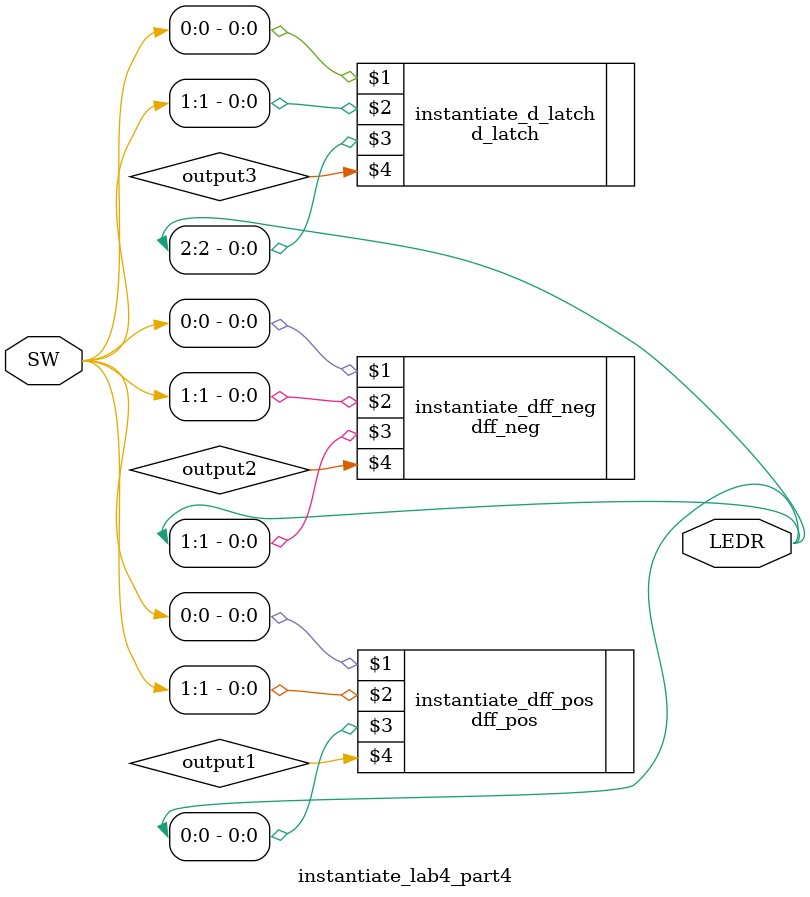
<source format=v>
module instantiate_lab4_part4(SW,LEDR);
 
	input[9:0] SW ;
	output [9:0] LEDR;
	wire output1, output2, output3;

	// instantiate and connect all 3 flip flops
	// Use same inputs (same switches for D, clk to all instances)
	// Use 3 separate LED outputs
	
	dff_pos instantiate_dff_pos (SW[0], SW[1], LEDR[0], output1);

	dff_neg instantiate_dff_neg (SW[0], SW[1], LEDR[1], output2);
	
	d_latch instantiate_d_latch (SW[0], SW[1], LEDR[2], output3);
	
endmodule
</source>
